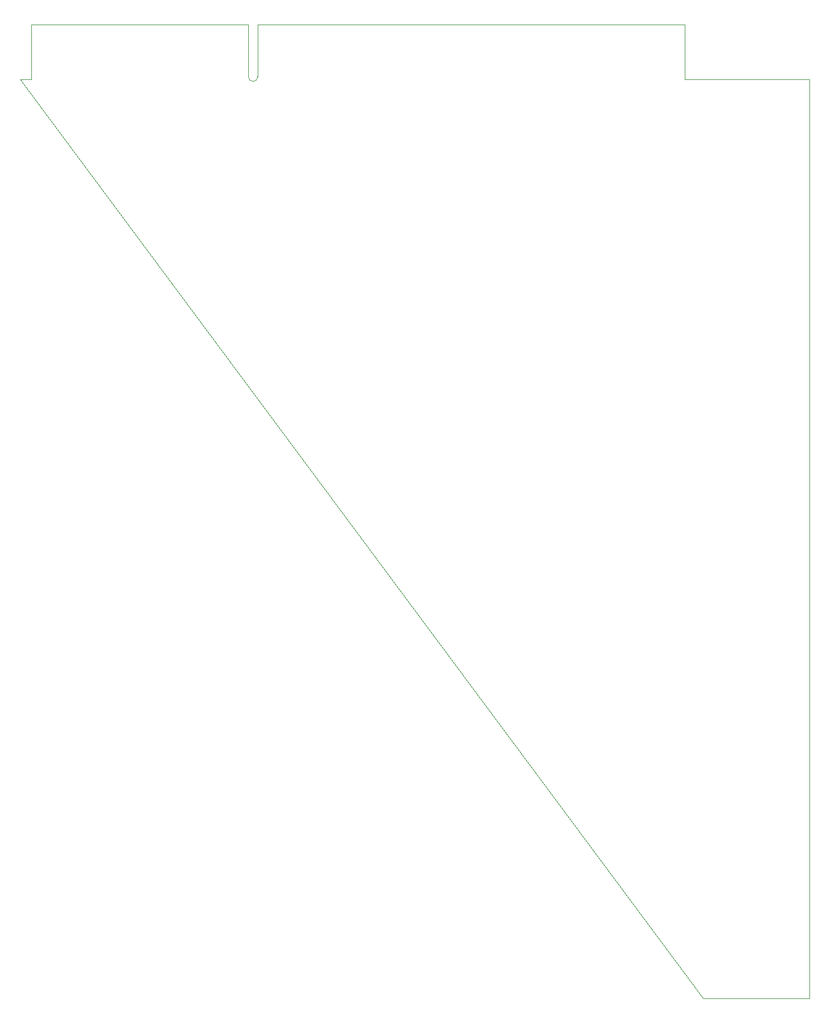
<source format=gbr>
%TF.GenerationSoftware,KiCad,Pcbnew,(5.1.6)-1*%
%TF.CreationDate,2023-02-01T13:27:28-05:00*%
%TF.ProjectId,A1200-adapter,41313230-302d-4616-9461-707465722e6b,rev?*%
%TF.SameCoordinates,Original*%
%TF.FileFunction,Profile,NP*%
%FSLAX46Y46*%
G04 Gerber Fmt 4.6, Leading zero omitted, Abs format (unit mm)*
G04 Created by KiCad (PCBNEW (5.1.6)-1) date 2023-02-01 13:27:28*
%MOMM*%
%LPD*%
G01*
G04 APERTURE LIST*
%TA.AperFunction,Profile*%
%ADD10C,0.050000*%
%TD*%
G04 APERTURE END LIST*
D10*
X148148040Y-176997360D02*
X44627800Y-37721540D01*
X148762720Y-37719000D02*
X145303240Y-37719000D01*
X45821600Y-37721540D02*
X44627800Y-37721540D01*
X46357540Y-37721540D02*
X45821600Y-37721540D01*
X164200840Y-176997360D02*
X148148040Y-176997360D01*
X164200840Y-37719000D02*
X164200840Y-176997360D01*
X148762720Y-37719000D02*
X164200840Y-37719000D01*
X46357540Y-29395420D02*
X46357540Y-37721540D01*
X79237840Y-29395420D02*
X46357540Y-29395420D01*
X145303240Y-37719000D02*
X145303240Y-37652960D01*
X145303240Y-29395420D02*
X145303240Y-37652960D01*
X79237840Y-37330380D02*
X79237840Y-37294820D01*
X80634871Y-37332920D02*
X80634840Y-37294820D01*
X80634871Y-37332920D02*
G75*
G02*
X79237840Y-37330380I-698518J0D01*
G01*
X80634840Y-29395420D02*
X145303240Y-29395420D01*
X80634840Y-37294820D02*
X80634840Y-29395420D01*
X79237840Y-29395420D02*
X79237840Y-37294820D01*
M02*

</source>
